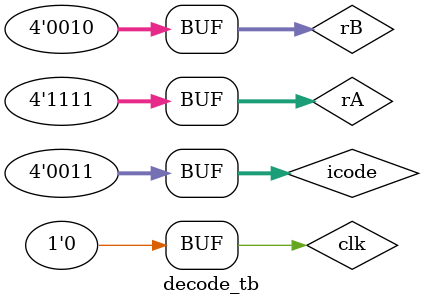
<source format=v>
`include "2main_decode.v"
module decode_tb();

    reg clk;
    reg [3:0] icode;
    reg [3:0] rA;
    reg [3:0] rB;

    wire [63:0] valA;
    wire [63:0] valB;

    main_decode UUT(clk, icode, rA, rB, valA, valB);

    //creating clk
    // initial
    // begin
    //     clk = 0;
    //     repeat (20)  #10 clk = ~clk;
    // end

    initial
    begin
        // $dumpfile("decode_tb.vcd");
        // $dumpvars(0, decode_tb);
        
        clk=0;
        icode=4'd0;
        rA=4'd0;
        rB=4'd0;

    end

    initial
    begin

        #10 clk=~clk;
        icode=4'd11;rA=4'd0;rB=3'd3;

        #10 clk = ~clk;
        icode=4'd3;rA=4'd15;rB=4'd2;

        // #10 
        // icode=4'd6;rA=4'd3;rB=4'd2;

        // #20
        // icode=4'd5;rA=4'd4;rB=4'd10;

        // #20
        // icode=4'd6;rA=4'd11;rB=4'd5;

        // #20
        // icode=4'd7;rA=4'd6;rB=4'd7;

        // #20
        // icode=4'd8;rA=4'd6;rB=4'd7;

        // #20
        // icode=4'd9;rA=4'd7;rB=4'd8;

        // #20
        // icode=4'd10;rA=4'd9;rB=4'd10;

        // #20
        // icode=4'd11;rA=4'd0;rB=4'd1;
    end

    initial 
    begin
		$monitor($time, "\tclk = %d icode = %b rA = %b rB = %b\n\t\t\tvalA = %g valB = %g\n", clk,icode, rA, rB, valA, valB);
	end

endmodule
</source>
